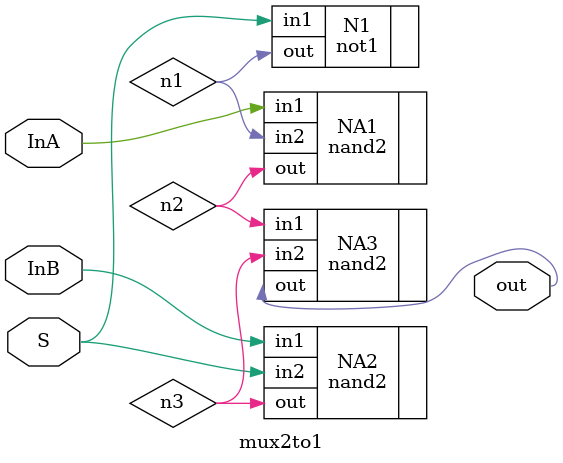
<source format=v>
module mux2to1(out, InA, InB, S);

// Standard 2-to-1 multiplexer, converted to not and nand gates

input InA, InB, S;
output out;
wire n1, n2, n3;

not1 N1(.in1(S), .out(n1));

nand2 NA1(.in1(InA), .in2(n1), .out(n2));
nand2 NA2(.in1(InB), .in2(S), .out(n3));

nand2 NA3(.in1(n2), .in2(n3), .out(out));
endmodule

</source>
